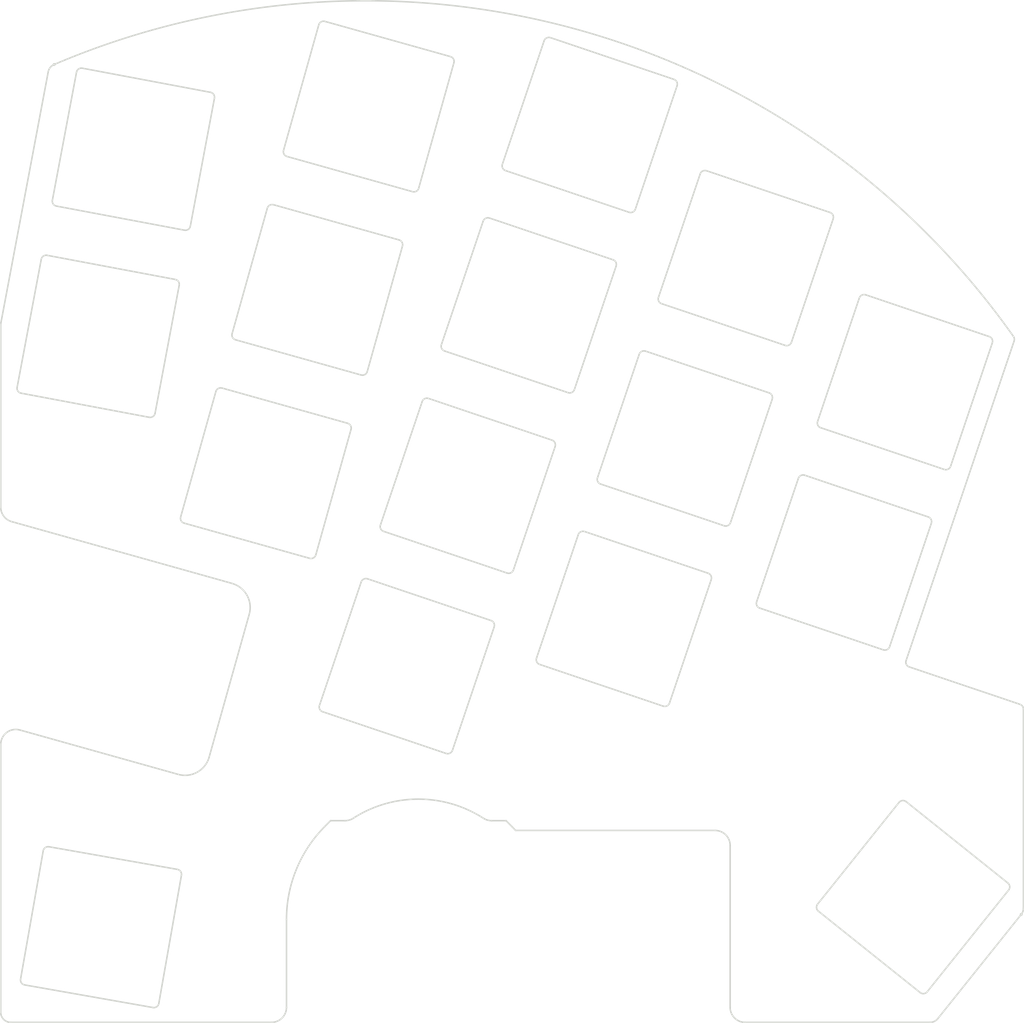
<source format=kicad_pcb>


(kicad_pcb
  (version 20240108)
  (generator "ergogen")
  (generator_version "4.2.1")
  (general
    (thickness 1.6)
    (legacy_teardrops no)
  )
  (paper "A3")
  (title_block
    (title "ravine_plate")
    (date "2025-12-22")
    (rev "v1.0.0")
    (company "zakwaykway")
  )

  (layers
    (0 "F.Cu" signal)
    (31 "B.Cu" signal)
    (32 "B.Adhes" user "B.Adhesive")
    (33 "F.Adhes" user "F.Adhesive")
    (34 "B.Paste" user)
    (35 "F.Paste" user)
    (36 "B.SilkS" user "B.Silkscreen")
    (37 "F.SilkS" user "F.Silkscreen")
    (38 "B.Mask" user)
    (39 "F.Mask" user)
    (40 "Dwgs.User" user "User.Drawings")
    (41 "Cmts.User" user "User.Comments")
    (42 "Eco1.User" user "User.Eco1")
    (43 "Eco2.User" user "User.Eco2")
    (44 "Edge.Cuts" user)
    (45 "Margin" user)
    (46 "B.CrtYd" user "B.Courtyard")
    (47 "F.CrtYd" user "F.Courtyard")
    (48 "B.Fab" user)
    (49 "F.Fab" user)
  )

  (setup
    (pad_to_mask_clearance 0.05)
    (allow_soldermask_bridges_in_footprints no)
    (pcbplotparams
      (layerselection 0x00010fc_ffffffff)
      (plot_on_all_layers_selection 0x0000000_00000000)
      (disableapertmacros no)
      (usegerberextensions no)
      (usegerberattributes yes)
      (usegerberadvancedattributes yes)
      (creategerberjobfile yes)
      (dashed_line_dash_ratio 12.000000)
      (dashed_line_gap_ratio 3.000000)
      (svgprecision 4)
      (plotframeref no)
      (viasonmask no)
      (mode 1)
      (useauxorigin no)
      (hpglpennumber 1)
      (hpglpenspeed 20)
      (hpglpendiameter 15.000000)
      (pdf_front_fp_property_popups yes)
      (pdf_back_fp_property_popups yes)
      (dxfpolygonmode yes)
      (dxfimperialunits yes)
      (dxfusepcbnewfont yes)
      (psnegative no)
      (psa4output no)
      (plotreference yes)
      (plotvalue yes)
      (plotfptext yes)
      (plotinvisibletext no)
      (sketchpadsonfab no)
      (subtractmaskfromsilk no)
      (outputformat 1)
      (mirror no)
      (drillshape 1)
      (scaleselection 1)
      (outputdirectory "")
    )
  )

  (net 0 "")

  
  (gr_arc (start 244.80958558181817 131.3448996385886) (mid 201.7694316818182 100.8429267385886) (end 149.12434278181817 104.2074197385886) (layer Edge.Cuts) (stroke (width 0.15) (type default)))
(gr_line (start 245.58186107560843 189.02073799388228) (end 237.26595711545346 199.41306759999998) (layer Edge.Cuts) (stroke (width 0.15) (type default)))
(gr_line (start 143.8010671 198.7882791) (end 143.8010671 172.05877465166677) (layer Edge.Cuts) (stroke (width 0.15) (type default)))
(gr_line (start 143.8010671 148.3790495462682) (end 143.8010671 130.1674657887504) (layer Edge.Cuts) (stroke (width 0.15) (type default)))
(gr_line (start 143.81834650000002 129.98237088875044) (end 148.53472101888096 104.9418211455694) (layer Edge.Cuts) (stroke (width 0.15) (type default)))
(gr_line (start 144.8010671 199.7882791) (end 170.80106709999998 199.7882791) (layer Edge.Cuts) (stroke (width 0.15) (type default)))
(gr_line (start 218.0510671 199.7882791) (end 236.48516311545345 199.7882791) (layer Edge.Cuts) (stroke (width 0.15) (type default)))
(gr_line (start 245.8010671 188.3959494634003) (end 245.8010671 168.52759192062143) (layer Edge.Cuts) (stroke (width 0.15) (type default)))
(gr_arc (start 149.1243427818182 104.20741983858859) (mid 148.7376620818182 104.50086183858859) (end 148.5347209818182 104.9418211385886) (layer Edge.Cuts) (stroke (width 0.15) (type default)))
(gr_arc (start 143.81834650000002 129.9823708887504) (mid 143.8053964 130.0745159887504) (end 143.8010672 130.1674657887504) (layer Edge.Cuts) (stroke (width 0.15) (type default)))
(gr_arc (start 143.8010671 198.7882791) (mid 144.09396030000002 199.4953859) (end 144.8010671 199.7882791) (layer Edge.Cuts) (stroke (width 0.15) (type default)))
(gr_arc (start 236.48516311545345 199.7882791) (mid 236.91829791545345 199.6896083) (end 237.26595711545343 199.4130676) (layer Edge.Cuts) (stroke (width 0.15) (type default)))
(gr_arc (start 245.5818611 189.0207380634003) (mid 245.74467560000002 188.7270129634003) (end 245.8010671 188.3959494634003) (layer Edge.Cuts) (stroke (width 0.15) (type default)))
(gr_line (start 245.46109804487804 168.0538936357827) (end 234.41319155960682 164.321545961331) (layer Edge.Cuts) (stroke (width 0.15) (type default)))
(gr_arc (start 234.09952415960683 163.687816761331) (mid 234.12510825960683 164.069643961331) (end 234.41319155960682 164.321545961331) (layer Edge.Cuts) (stroke (width 0.15) (type default)))
(gr_line (start 234.0995241596068 163.687816761331) (end 244.8746340471361 131.7930370106551) (layer Edge.Cuts) (stroke (width 0.15) (type default)))
(gr_arc (start 149.12434278181817 104.20741983858859) (mid 149.12434278181817 104.20741983858859) (end 149.12434278181817 104.20741983858859) (layer Edge.Cuts) (stroke (width 0.15) (type default)))
(gr_arc (start 245.58186110000003 189.0207380634003) (mid 245.58186110000003 189.0207380634003) (end 245.58186110000003 189.0207380634003) (layer Edge.Cuts) (stroke (width 0.15) (type default)))
(gr_arc (start 245.8010671 168.52759192062143) (mid 245.7072785 168.23605762062144) (end 245.46109810000002 168.05389362062144) (layer Edge.Cuts) (stroke (width 0.15) (type default)))
(gr_arc (start 244.87463398181816 131.7930370385886) (mid 244.89575018181816 131.5611823385886) (end 244.80958558181817 131.3448997385886) (layer Edge.Cuts) (stroke (width 0.15) (type default)))
(gr_line (start 164.5888059 173.3138700885921) (end 168.5854028 159.06370468859208) (layer Edge.Cuts) (stroke (width 0.15) (type default)))
(gr_arc (start 168.5854028 159.06370468859208) (mid 168.3577413 157.1638795885921) (end 166.85338109999998 155.9814813885921) (layer Edge.Cuts) (stroke (width 0.15) (type default)))
(gr_line (start 166.8533811 155.98148138859207) (end 144.89600664635392 149.8233230592686) (layer Edge.Cuts) (stroke (width 0.15) (type default)))
(gr_line (start 145.7061275536461 170.61450113866638) (end 161.5065826 175.0458917885921) (layer Edge.Cuts) (stroke (width 0.15) (type default)))
(gr_arc (start 161.5065826 175.0458917885921) (mid 163.4064077 174.81823028859208) (end 164.5888059 173.31387008859207) (layer Edge.Cuts) (stroke (width 0.15) (type default)))
(gr_arc (start 143.8010671 148.3790495462682) (mid 144.10574480000002 149.2852529462682) (end 144.89600660000002 149.8233230462682) (layer Edge.Cuts) (stroke (width 0.15) (type default)))
(gr_arc (start 145.7061276 170.61450115166676) (mid 144.3948637 170.86345235166678) (end 143.8010671 172.05877465166677) (layer Edge.Cuts) (stroke (width 0.15) (type default)))
(gr_arc (start 176.11244845638214 180.25519710000003) (mid 173.29118795638215 184.50731490000004) (end 172.30106715638215 189.51327910000003) (layer Edge.Cuts) (stroke (width 0.15) (type default)))
(gr_line (start 172.30106709999998 198.2882791) (end 172.30106709999998 189.5132791) (layer Edge.Cuts) (stroke (width 0.15) (type default)))
(gr_line (start 216.5510671 198.2882791) (end 216.5510671 182.13827910000003) (layer Edge.Cuts) (stroke (width 0.15) (type default)))
(gr_line (start 195.15448484361787 180.63827910000003) (end 215.0510671 180.63827910000003) (layer Edge.Cuts) (stroke (width 0.15) (type default)))
(gr_arc (start 195.15448484361787 180.63827909999998) (mid 194.97401184361786 180.44490349999998) (end 194.78968574361787 180.25519709999998) (layer Edge.Cuts) (stroke (width 0.15) (type default)))
(gr_line (start 194.78968574361787 180.25519709999998) (end 194.20286744361786 179.66327909999998) (layer Edge.Cuts) (stroke (width 0.15) (type default)))
(gr_line (start 192.7604788 179.66327909999998) (end 194.20286744361786 179.66327909999998) (layer Edge.Cuts) (stroke (width 0.15) (type default)))
(gr_arc (start 191.948322 179.4243902) (mid 185.4510671 177.5132791) (end 178.95381229999998 179.4243902) (layer Edge.Cuts) (stroke (width 0.15) (type default)))
(gr_line (start 176.69926675638214 179.6632791) (end 178.1416554 179.6632791) (layer Edge.Cuts) (stroke (width 0.15) (type default)))
(gr_line (start 176.69926675638214 179.66327910000004) (end 176.11244845638214 180.25519710000003) (layer Edge.Cuts) (stroke (width 0.15) (type default)))
(gr_arc (start 170.80106709999998 199.7882791) (mid 171.86172729999998 199.3489393) (end 172.30106709999998 198.2882791) (layer Edge.Cuts) (stroke (width 0.15) (type default)))
(gr_arc (start 178.1416554 179.6632791) (mid 178.56493619999998 179.60231810000002) (end 178.95381229999998 179.4243902) (layer Edge.Cuts) (stroke (width 0.15) (type default)))
(gr_arc (start 191.9483219 179.4243902) (mid 192.33719789999998 179.60231810000002) (end 192.7604788 179.6632791) (layer Edge.Cuts) (stroke (width 0.15) (type default)))
(gr_arc (start 216.5510671 182.13827910000003) (mid 216.1117273 181.07761890000003) (end 215.0510671 180.63827910000003) (layer Edge.Cuts) (stroke (width 0.15) (type default)))
(gr_arc (start 216.5510671 198.2882791) (mid 216.9904069 199.3489393) (end 218.0510671 199.7882791) (layer Edge.Cuts) (stroke (width 0.15) (type default)))
(gr_line (start 161.20015220000002 125.65238020000001) (end 148.4247838 123.24614620000001) (layer Edge.Cuts) (stroke (width 0.15) (type default)))
(gr_arc (start 148.4247838 123.24614620000001) (mid 148.0502331 123.3246213) (end 147.840876 123.64495900000001) (layer Edge.Cuts) (stroke (width 0.15) (type default)))
(gr_line (start 147.840876 123.64495900000001) (end 145.434642 136.42032740000002) (layer Edge.Cuts) (stroke (width 0.15) (type default)))
(gr_arc (start 145.43464200000003 136.42032740000002) (mid 145.51311710000002 136.7948781) (end 145.83345480000003 137.0042352) (layer Edge.Cuts) (stroke (width 0.15) (type default)))
(gr_line (start 145.8334548 137.0042352) (end 158.60882320000002 139.41046920000002) (layer Edge.Cuts) (stroke (width 0.15) (type default)))
(gr_arc (start 158.60882320000002 139.4104692) (mid 158.9833739 139.3319941) (end 159.192731 139.0116564) (layer Edge.Cuts) (stroke (width 0.15) (type default)))
(gr_line (start 159.192731 139.01165640000002) (end 161.59896500000002 126.23628800000002) (layer Edge.Cuts) (stroke (width 0.15) (type default)))
(gr_arc (start 161.598965 126.236288) (mid 161.5204899 125.8617373) (end 161.2001522 125.65238020000001) (layer Edge.Cuts) (stroke (width 0.15) (type default)))
(gr_line (start 149.3502583 118.3325429) (end 162.12562670000003 120.7387769) (layer Edge.Cuts) (stroke (width 0.15) (type default)))
(gr_arc (start 162.12562670000003 120.7387769) (mid 162.5001774 120.66030180000001) (end 162.70953450000002 120.3399641) (layer Edge.Cuts) (stroke (width 0.15) (type default)))
(gr_line (start 162.70953450000002 120.3399641) (end 165.11576850000003 107.56459570000001) (layer Edge.Cuts) (stroke (width 0.15) (type default)))
(gr_arc (start 165.1157685 107.5645957) (mid 165.0372934 107.190045) (end 164.7169557 106.9806879) (layer Edge.Cuts) (stroke (width 0.15) (type default)))
(gr_line (start 164.71695570000003 106.9806879) (end 151.9415873 104.57445390000001) (layer Edge.Cuts) (stroke (width 0.15) (type default)))
(gr_arc (start 151.9415873 104.57445390000001) (mid 151.56703660000002 104.652929) (end 151.35767950000002 104.97326670000001) (layer Edge.Cuts) (stroke (width 0.15) (type default)))
(gr_line (start 151.35767950000002 104.97326670000001) (end 148.9514455 117.7486351) (layer Edge.Cuts) (stroke (width 0.15) (type default)))
(gr_arc (start 148.95144550000003 117.74863510000002) (mid 149.02992060000003 118.12318580000002) (end 149.35025830000004 118.3325429) (layer Edge.Cuts) (stroke (width 0.15) (type default)))
(gr_line (start 162.09251270000001 149.97261970000002) (end 174.60954990000002 153.483144) (layer Edge.Cuts) (stroke (width 0.15) (type default)))
(gr_arc (start 174.6095498 153.48314400000004) (mid 174.98951480000002 153.43761170000005) (end 175.2259945 153.13673970000005) (layer Edge.Cuts) (stroke (width 0.15) (type default)))
(gr_line (start 175.2259945 153.13673970000002) (end 178.7365188 140.61970250000002) (layer Edge.Cuts) (stroke (width 0.15) (type default)))
(gr_arc (start 178.73651880000003 140.61970260000004) (mid 178.69098650000004 140.2397376) (end 178.39011450000004 140.00325790000002) (layer Edge.Cuts) (stroke (width 0.15) (type default)))
(gr_line (start 178.3901145 140.00325790000002) (end 165.8730773 136.49273360000004) (layer Edge.Cuts) (stroke (width 0.15) (type default)))
(gr_arc (start 165.87307740000003 136.4927336) (mid 165.4931124 136.5382659) (end 165.2566327 136.8391379) (layer Edge.Cuts) (stroke (width 0.15) (type default)))
(gr_line (start 165.2566327 136.83913790000003) (end 161.74610840000003 149.35617510000003) (layer Edge.Cuts) (stroke (width 0.15) (type default)))
(gr_arc (start 161.7461084 149.356175) (mid 161.7916407 149.73614000000003) (end 162.0925127 149.97261970000002) (layer Edge.Cuts) (stroke (width 0.15) (type default)))
(gr_line (start 167.22327890000003 131.67848850000001) (end 179.74031610000003 135.1890128) (layer Edge.Cuts) (stroke (width 0.15) (type default)))
(gr_arc (start 179.740316 135.18901280000003) (mid 180.12028100000003 135.14348050000004) (end 180.35676070000002 134.84260850000004) (layer Edge.Cuts) (stroke (width 0.15) (type default)))
(gr_line (start 180.35676070000002 134.8426085) (end 183.867285 122.32557130000001) (layer Edge.Cuts) (stroke (width 0.15) (type default)))
(gr_arc (start 183.86728500000004 122.32557140000002) (mid 183.82175270000005 121.94560640000002) (end 183.52088070000005 121.70912670000001) (layer Edge.Cuts) (stroke (width 0.15) (type default)))
(gr_line (start 183.52088070000002 121.70912670000001) (end 171.00384350000002 118.19860240000001) (layer Edge.Cuts) (stroke (width 0.15) (type default)))
(gr_arc (start 171.00384360000004 118.19860240000001) (mid 170.6238786 118.24413470000002) (end 170.38739890000002 118.54500670000002) (layer Edge.Cuts) (stroke (width 0.15) (type default)))
(gr_line (start 170.38739890000002 118.54500670000002) (end 166.87687460000004 131.06204390000002) (layer Edge.Cuts) (stroke (width 0.15) (type default)))
(gr_arc (start 166.8768746 131.0620438) (mid 166.9224069 131.44200880000002) (end 167.2232789 131.67848850000001) (layer Edge.Cuts) (stroke (width 0.15) (type default)))
(gr_line (start 172.35404510000004 113.38435730000003) (end 184.87108230000004 116.89488160000003) (layer Edge.Cuts) (stroke (width 0.15) (type default)))
(gr_arc (start 184.87108220000002 116.89488160000003) (mid 185.25104720000004 116.84934930000003) (end 185.48752690000003 116.54847730000003) (layer Edge.Cuts) (stroke (width 0.15) (type default)))
(gr_line (start 185.48752690000003 116.54847730000003) (end 188.99805120000002 104.03144010000003) (layer Edge.Cuts) (stroke (width 0.15) (type default)))
(gr_arc (start 188.99805120000005 104.03144020000003) (mid 188.95251890000006 103.65147520000004) (end 188.65164690000006 103.41499550000003) (layer Edge.Cuts) (stroke (width 0.15) (type default)))
(gr_line (start 188.65164690000003 103.41499550000003) (end 176.13460970000003 99.90447120000003) (layer Edge.Cuts) (stroke (width 0.15) (type default)))
(gr_arc (start 176.13460980000005 99.90447120000003) (mid 175.75464480000002 99.95000350000004) (end 175.51816510000003 100.25087550000003) (layer Edge.Cuts) (stroke (width 0.15) (type default)))
(gr_line (start 175.51816510000003 100.25087550000003) (end 172.00764080000005 112.76791270000004) (layer Edge.Cuts) (stroke (width 0.15) (type default)))
(gr_arc (start 172.00764080000002 112.76791260000003) (mid 172.0531731 113.14787760000003) (end 172.3540451 113.38435730000003) (layer Edge.Cuts) (stroke (width 0.15) (type default)))
(gr_line (start 181.9856345 150.7919474) (end 194.3017909 154.95275180000002) (layer Edge.Cuts) (stroke (width 0.15) (type default)))
(gr_arc (start 194.3017909 154.9527517) (mid 194.6836181 154.9271676) (end 194.9355201 154.6390843) (layer Edge.Cuts) (stroke (width 0.15) (type default)))
(gr_line (start 194.9355201 154.6390844) (end 199.0963245 142.32292800000002) (layer Edge.Cuts) (stroke (width 0.15) (type default)))
(gr_arc (start 199.0963244 142.32292800000002) (mid 199.07074029999998 141.94110080000002) (end 198.782657 141.6891988) (layer Edge.Cuts) (stroke (width 0.15) (type default)))
(gr_line (start 198.7826571 141.6891988) (end 186.4665007 137.5283944) (layer Edge.Cuts) (stroke (width 0.15) (type default)))
(gr_arc (start 186.4665007 137.52839450000002) (mid 186.0846735 137.55397860000002) (end 185.8327715 137.8420619) (layer Edge.Cuts) (stroke (width 0.15) (type default)))
(gr_line (start 185.8327715 137.8420618) (end 181.6719671 150.1582182) (layer Edge.Cuts) (stroke (width 0.15) (type default)))
(gr_arc (start 181.6719672 150.1582182) (mid 181.69755130000001 150.5400454) (end 181.9856346 150.7919474) (layer Edge.Cuts) (stroke (width 0.15) (type default)))
(gr_line (start 188.0668101 132.7914112) (end 200.38296649999998 136.95221560000002) (layer Edge.Cuts) (stroke (width 0.15) (type default)))
(gr_arc (start 200.38296649999998 136.9522155) (mid 200.76479369999998 136.9266314) (end 201.01669569999999 136.6385481) (layer Edge.Cuts) (stroke (width 0.15) (type default)))
(gr_line (start 201.01669569999999 136.6385482) (end 205.1775001 124.3223918) (layer Edge.Cuts) (stroke (width 0.15) (type default)))
(gr_arc (start 205.17749999999998 124.3223918) (mid 205.15191589999998 123.94056460000002) (end 204.8638326 123.68866260000001) (layer Edge.Cuts) (stroke (width 0.15) (type default)))
(gr_line (start 204.8638327 123.68866260000001) (end 192.5476763 119.52785820000001) (layer Edge.Cuts) (stroke (width 0.15) (type default)))
(gr_arc (start 192.5476763 119.5278583) (mid 192.1658491 119.5534424) (end 191.9139471 119.8415257) (layer Edge.Cuts) (stroke (width 0.15) (type default)))
(gr_line (start 191.9139471 119.84152560000001) (end 187.75314269999998 132.157682) (layer Edge.Cuts) (stroke (width 0.15) (type default)))
(gr_arc (start 187.7531428 132.157682) (mid 187.7787269 132.5395092) (end 188.0668102 132.7914112) (layer Edge.Cuts) (stroke (width 0.15) (type default)))
(gr_line (start 194.1479857 114.79087500000001) (end 206.46414209999998 118.9516794) (layer Edge.Cuts) (stroke (width 0.15) (type default)))
(gr_arc (start 206.46414209999998 118.95167930000001) (mid 206.84596929999998 118.92609520000002) (end 207.09787129999998 118.63801190000001) (layer Edge.Cuts) (stroke (width 0.15) (type default)))
(gr_line (start 207.09787129999998 118.638012) (end 211.2586757 106.3218556) (layer Edge.Cuts) (stroke (width 0.15) (type default)))
(gr_arc (start 211.25867559999998 106.3218556) (mid 211.23309149999997 105.94002840000002) (end 210.9450082 105.68812640000002) (layer Edge.Cuts) (stroke (width 0.15) (type default)))
(gr_line (start 210.94500829999998 105.68812640000002) (end 198.6288519 101.52732200000001) (layer Edge.Cuts) (stroke (width 0.15) (type default)))
(gr_arc (start 198.6288519 101.5273221) (mid 198.2470247 101.5529062) (end 197.9951227 101.8409895) (layer Edge.Cuts) (stroke (width 0.15) (type default)))
(gr_line (start 197.9951227 101.84098940000001) (end 193.83431829999998 114.15714580000001) (layer Edge.Cuts) (stroke (width 0.15) (type default)))
(gr_arc (start 193.8343184 114.15714580000001) (mid 193.8599025 114.538973) (end 194.1479858 114.790875) (layer Edge.Cuts) (stroke (width 0.15) (type default)))
(gr_line (start 197.5537005 164.07333739999999) (end 209.86985689999997 168.2341418) (layer Edge.Cuts) (stroke (width 0.15) (type default)))
(gr_arc (start 209.86985689999997 168.23414169999998) (mid 210.25168409999998 168.20855759999998) (end 210.50358609999998 167.9204743) (layer Edge.Cuts) (stroke (width 0.15) (type default)))
(gr_line (start 210.50358609999998 167.9204744) (end 214.6643905 155.604318) (layer Edge.Cuts) (stroke (width 0.15) (type default)))
(gr_arc (start 214.66439039999997 155.604318) (mid 214.63880629999997 155.2224908) (end 214.350723 154.9705888) (layer Edge.Cuts) (stroke (width 0.15) (type default)))
(gr_line (start 214.35072309999998 154.9705888) (end 202.0345667 150.80978439999998) (layer Edge.Cuts) (stroke (width 0.15) (type default)))
(gr_arc (start 202.0345667 150.8097845) (mid 201.6527395 150.8353686) (end 201.4008375 151.1234519) (layer Edge.Cuts) (stroke (width 0.15) (type default)))
(gr_line (start 201.4008375 151.1234518) (end 197.24003309999998 163.43960819999998) (layer Edge.Cuts) (stroke (width 0.15) (type default)))
(gr_arc (start 197.2400332 163.43960819999998) (mid 197.2656173 163.82143539999998) (end 197.55370059999998 164.07333739999999) (layer Edge.Cuts) (stroke (width 0.15) (type default)))
(gr_line (start 203.63487609999999 146.0728012) (end 215.95103249999997 150.2336056) (layer Edge.Cuts) (stroke (width 0.15) (type default)))
(gr_arc (start 215.95103249999997 150.23360549999998) (mid 216.33285969999997 150.20802139999998) (end 216.58476169999997 149.9199381) (layer Edge.Cuts) (stroke (width 0.15) (type default)))
(gr_line (start 216.58476169999997 149.9199382) (end 220.7455661 137.6037818) (layer Edge.Cuts) (stroke (width 0.15) (type default)))
(gr_arc (start 220.74556599999997 137.6037818) (mid 220.71998189999996 137.2219546) (end 220.43189859999998 136.9700526) (layer Edge.Cuts) (stroke (width 0.15) (type default)))
(gr_line (start 220.43189869999998 136.9700526) (end 208.1157423 132.80924819999998) (layer Edge.Cuts) (stroke (width 0.15) (type default)))
(gr_arc (start 208.1157423 132.8092483) (mid 207.7339151 132.8348324) (end 207.4820131 133.1229157) (layer Edge.Cuts) (stroke (width 0.15) (type default)))
(gr_line (start 207.4820131 133.1229156) (end 203.32120869999997 145.43907199999998) (layer Edge.Cuts) (stroke (width 0.15) (type default)))
(gr_arc (start 203.3212088 145.43907199999998) (mid 203.3467929 145.82089919999999) (end 203.63487619999998 146.0728012) (layer Edge.Cuts) (stroke (width 0.15) (type default)))
(gr_line (start 209.71605169999998 128.072265) (end 222.03220809999996 132.2330694) (layer Edge.Cuts) (stroke (width 0.15) (type default)))
(gr_arc (start 222.03220809999996 132.23306929999998) (mid 222.41403529999997 132.20748519999998) (end 222.66593729999997 131.9194019) (layer Edge.Cuts) (stroke (width 0.15) (type default)))
(gr_line (start 222.66593729999997 131.919402) (end 226.82674169999999 119.6032456) (layer Edge.Cuts) (stroke (width 0.15) (type default)))
(gr_arc (start 226.82674159999996 119.6032456) (mid 226.80115749999996 119.2214184) (end 226.51307419999998 118.9695164) (layer Edge.Cuts) (stroke (width 0.15) (type default)))
(gr_line (start 226.51307429999997 118.9695164) (end 214.1969179 114.808712) (layer Edge.Cuts) (stroke (width 0.15) (type default)))
(gr_arc (start 214.1969179 114.8087121) (mid 213.81509069999998 114.83429619999998) (end 213.56318869999998 115.1223795) (layer Edge.Cuts) (stroke (width 0.15) (type default)))
(gr_line (start 213.56318869999998 115.1223794) (end 209.40238429999997 127.4385358) (layer Edge.Cuts) (stroke (width 0.15) (type default)))
(gr_arc (start 209.4023844 127.4385358) (mid 209.4279685 127.82036299999999) (end 209.71605179999997 128.072265) (layer Edge.Cuts) (stroke (width 0.15) (type default)))
(gr_line (start 219.5070008 158.45416459999998) (end 231.82315719999997 162.614969) (layer Edge.Cuts) (stroke (width 0.15) (type default)))
(gr_arc (start 231.82315719999997 162.61496889999998) (mid 232.20498439999997 162.58938479999998) (end 232.45688639999997 162.3013015) (layer Edge.Cuts) (stroke (width 0.15) (type default)))
(gr_line (start 232.45688639999997 162.3013016) (end 236.6176908 149.9851452) (layer Edge.Cuts) (stroke (width 0.15) (type default)))
(gr_arc (start 236.61769069999997 149.9851452) (mid 236.59210659999997 149.603318) (end 236.30402329999998 149.351416) (layer Edge.Cuts) (stroke (width 0.15) (type default)))
(gr_line (start 236.30402339999998 149.351416) (end 223.987867 145.19061159999998) (layer Edge.Cuts) (stroke (width 0.15) (type default)))
(gr_arc (start 223.987867 145.1906117) (mid 223.6060398 145.2161958) (end 223.3541378 145.5042791) (layer Edge.Cuts) (stroke (width 0.15) (type default)))
(gr_line (start 223.3541378 145.504279) (end 219.19333339999997 157.82043539999998) (layer Edge.Cuts) (stroke (width 0.15) (type default)))
(gr_arc (start 219.1933335 157.82043539999998) (mid 219.2189176 158.20226259999998) (end 219.50700089999998 158.45416459999998) (layer Edge.Cuts) (stroke (width 0.15) (type default)))
(gr_line (start 225.58817639999998 140.45362839999999) (end 237.90433279999996 144.6144328) (layer Edge.Cuts) (stroke (width 0.15) (type default)))
(gr_arc (start 237.90433279999996 144.61443269999998) (mid 238.28615999999997 144.58884859999998) (end 238.53806199999997 144.3007653) (layer Edge.Cuts) (stroke (width 0.15) (type default)))
(gr_line (start 238.53806199999997 144.3007654) (end 242.69886639999999 131.984609) (layer Edge.Cuts) (stroke (width 0.15) (type default)))
(gr_arc (start 242.69886629999996 131.984609) (mid 242.67328219999996 131.6027818) (end 242.38519889999998 131.3508798) (layer Edge.Cuts) (stroke (width 0.15) (type default)))
(gr_line (start 242.38519899999997 131.3508798) (end 230.0690426 127.1900754) (layer Edge.Cuts) (stroke (width 0.15) (type default)))
(gr_arc (start 230.0690426 127.19007549999999) (mid 229.68721539999999 127.21565959999998) (end 229.43531339999998 127.50374289999999) (layer Edge.Cuts) (stroke (width 0.15) (type default)))
(gr_line (start 229.43531339999998 127.5037428) (end 225.27450899999997 139.81989919999998) (layer Edge.Cuts) (stroke (width 0.15) (type default)))
(gr_arc (start 225.2745091 139.81989919999998) (mid 225.3000932 140.20172639999998) (end 225.58817649999997 140.45362839999999) (layer Edge.Cuts) (stroke (width 0.15) (type default)))
(gr_line (start 175.9044589 168.7924836) (end 188.2206153 172.95328800000001) (layer Edge.Cuts) (stroke (width 0.15) (type default)))
(gr_arc (start 188.2206153 172.9532879) (mid 188.6024425 172.9277038) (end 188.8543445 172.6396205) (layer Edge.Cuts) (stroke (width 0.15) (type default)))
(gr_line (start 188.8543445 172.6396206) (end 193.0151489 160.32346420000002) (layer Edge.Cuts) (stroke (width 0.15) (type default)))
(gr_arc (start 193.0151488 160.32346420000002) (mid 192.9895647 159.94163700000001) (end 192.7014814 159.689735) (layer Edge.Cuts) (stroke (width 0.15) (type default)))
(gr_line (start 192.7014815 159.689735) (end 180.38532510000002 155.5289306) (layer Edge.Cuts) (stroke (width 0.15) (type default)))
(gr_arc (start 180.38532510000002 155.52893070000002) (mid 180.0034979 155.55451480000002) (end 179.7515959 155.8425981) (layer Edge.Cuts) (stroke (width 0.15) (type default)))
(gr_line (start 179.7515959 155.842598) (end 175.5907915 168.1587544) (layer Edge.Cuts) (stroke (width 0.15) (type default)))
(gr_arc (start 175.59079160000002 168.1587544) (mid 175.61637570000002 168.5405816) (end 175.904459 168.7924836) (layer Edge.Cuts) (stroke (width 0.15) (type default)))
(gr_line (start 233.39663430000002 177.8395983) (end 225.27438360000002 187.9899207) (layer Edge.Cuts) (stroke (width 0.15) (type default)))
(gr_arc (start 225.2743836 187.9899206) (mid 225.1678321 188.3574711) (end 225.3523863 188.6927119) (layer Edge.Cuts) (stroke (width 0.15) (type default)))
(gr_line (start 225.3523863 188.6927119) (end 235.5027087 196.8149626) (layer Edge.Cuts) (stroke (width 0.15) (type default)))
(gr_arc (start 235.5027086 196.81496260000003) (mid 235.8702591 196.92151410000002) (end 236.2054999 196.73695990000002) (layer Edge.Cuts) (stroke (width 0.15) (type default)))
(gr_line (start 236.2054999 196.73695990000002) (end 244.3277506 186.58663750000002) (layer Edge.Cuts) (stroke (width 0.15) (type default)))
(gr_arc (start 244.32775060000003 186.58663760000002) (mid 244.43430210000002 186.21908710000002) (end 244.24974790000002 185.88384630000002) (layer Edge.Cuts) (stroke (width 0.15) (type default)))
(gr_line (start 244.24974790000002 185.88384630000002) (end 234.09942550000002 177.76159560000002) (layer Edge.Cuts) (stroke (width 0.15) (type default)))
(gr_arc (start 234.09942560000002 177.7615956) (mid 233.73187510000002 177.6550441) (end 233.39663430000002 177.8395983) (layer Edge.Cuts) (stroke (width 0.15) (type default)))
(gr_line (start 161.41785470000002 184.52333800000002) (end 148.6153539 182.2659117) (layer Edge.Cuts) (stroke (width 0.15) (type default)))
(gr_arc (start 148.61535400000002 182.2659117) (mid 148.24174170000003 182.34873960000002) (end 148.03612600000002 182.6714915) (layer Edge.Cuts) (stroke (width 0.15) (type default)))
(gr_line (start 148.03612600000002 182.6714915) (end 145.7786997 195.47399230000002) (layer Edge.Cuts) (stroke (width 0.15) (type default)))
(gr_arc (start 145.7786997 195.4739922) (mid 145.86152760000002 195.8476045) (end 146.1842795 196.0532202) (layer Edge.Cuts) (stroke (width 0.15) (type default)))
(gr_line (start 146.1842795 196.0532202) (end 158.98678030000002 198.31064650000002) (layer Edge.Cuts) (stroke (width 0.15) (type default)))
(gr_arc (start 158.9867802 198.31064650000002) (mid 159.3603925 198.2278186) (end 159.5660082 197.90506670000002) (layer Edge.Cuts) (stroke (width 0.15) (type default)))
(gr_line (start 159.5660082 197.90506670000002) (end 161.82343450000002 185.1025659) (layer Edge.Cuts) (stroke (width 0.15) (type default)))
(gr_arc (start 161.82343450000002 185.10256600000002) (mid 161.7406066 184.72895370000003) (end 161.41785470000002 184.52333800000002) (layer Edge.Cuts) (stroke (width 0.15) (type default)))

)


</source>
